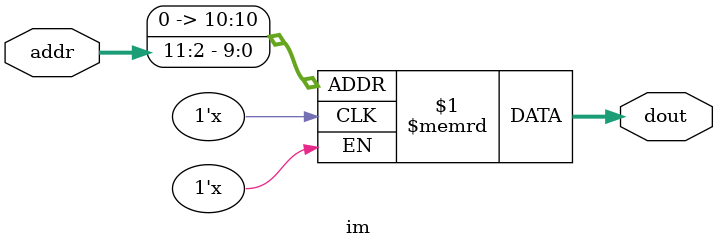
<source format=v>
module im(addr, dout);
	input[12:2] addr;
	output[31:0] dout;
	reg[31:0] imem[2047:0];//8k
	
	assign dout = imem[{1'b0,addr[11:2]}];

endmodule

</source>
